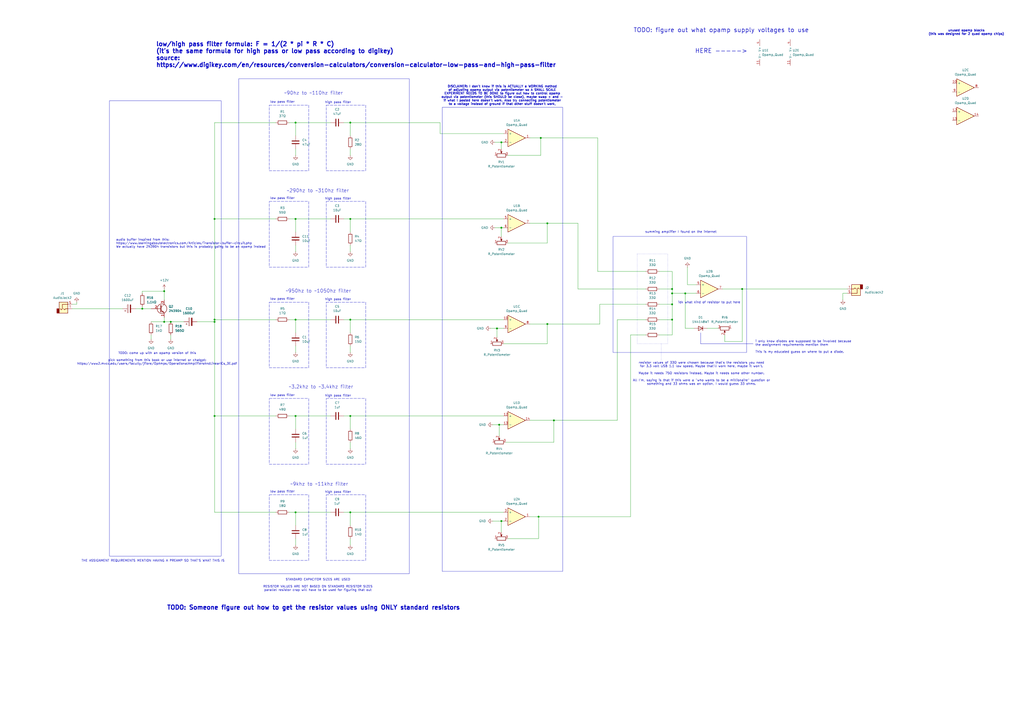
<source format=kicad_sch>
(kicad_sch (version 20231120) (generator "eeschema") (generator_version "8.0")
  (paper "A2")
  (lib_symbols
    (symbol "Connector_Audio:AudioJack2"
      (property "Reference" "J" (at 0 8.89 0))
      (property "Value" "AudioJack2" (at 0 6.35 0))
      (symbol "AudioJack2_0_1"
        (rectangle (start -3.81 0) (end -2.54 -2.54) (stroke (width 0.254)) (fill (type outline)))
        (rectangle (start -2.54 3.81) (end 2.54 -2.54) (stroke (width 0.254)) (fill (type background)))
        (polyline (pts (xy 0 0) (xy 0.635 -0.635) (xy 1.27 0) (xy 2.54 0)) (stroke (width 0.254)))
        (polyline (pts (xy 2.54 2.54) (xy -0.635 2.54) (xy -0.635 0) (xy -1.27 -0.635) (xy -1.905 0)) (stroke (width 0.254)))
      )
      (symbol "AudioJack2_1_1"
        (pin passive line (at 5.08 2.54 180) (length 2.54) (name "~") (number "S"))
        (pin passive line (at 5.08 0 180) (length 2.54) (name "~") (number "T"))
      )
    )
    (symbol "Device:C" (pin_numbers hide) (pin_names (offset 0.254))
      (property "Reference" "C" (at 0.635 2.54 0))
      (property "Value" "C" (at 0.635 -2.54 0))
      (symbol "C_0_1"
        (polyline (pts (xy -2.032 -0.762) (xy 2.032 -0.762)) (stroke (width 0.508)))
        (polyline (pts (xy -2.032 0.762) (xy 2.032 0.762)) (stroke (width 0.508)))
      )
      (symbol "C_1_1"
        (pin passive line (at 0 3.81 270) (length 2.794) (name "~") (number "1"))
        (pin passive line (at 0 -3.81 90) (length 2.794) (name "~") (number "2"))
      )
    )
    (symbol "Device:C_Polarized" (pin_numbers hide) (pin_names (offset 0.254))
      (property "Reference" "C" (at 0.635 2.54 0))
      (property "Value" "C_Polarized" (at 0.635 -2.54 0))
      (symbol "C_Polarized_0_1"
        (rectangle (start -2.286 0.508) (end 2.286 1.016))
        (polyline (pts (xy -1.778 2.286) (xy -0.762 2.286)))
        (polyline (pts (xy -1.27 2.794) (xy -1.27 1.778)))
        (rectangle (start 2.286 -0.508) (end -2.286 -1.016) (fill (type outline)))
      )
      (symbol "C_Polarized_1_1"
        (pin passive line (at 0 3.81 270) (length 2.794) (name "~") (number "1"))
        (pin passive line (at 0 -3.81 90) (length 2.794) (name "~") (number "2"))
      )
    )
    (symbol "Device:Opamp_Quad"
      (property "Reference" "U" (at 0 5.08 0))
      (property "Value" "Opamp_Quad" (at 0 -5.08 0))
      (symbol "Opamp_Quad_1_1"
        (polyline (pts (xy -5.08 5.08) (xy 5.08 0) (xy -5.08 -5.08) (xy -5.08 5.08)) (stroke (width 0.254)) (fill (type background)))
        (pin output line (at 7.62 0 180) (length 2.54) (name "~") (number "1"))
        (pin input line (at -7.62 -2.54 0) (length 2.54) (name "-") (number "2"))
        (pin input line (at -7.62 2.54 0) (length 2.54) (name "+") (number "3"))
      )
      (symbol "Opamp_Quad_2_1"
        (polyline (pts (xy -5.08 5.08) (xy 5.08 0) (xy -5.08 -5.08) (xy -5.08 5.08)) (stroke (width 0.254)) (fill (type background)))
        (pin input line (at -7.62 2.54 0) (length 2.54) (name "+") (number "5"))
        (pin input line (at -7.62 -2.54 0) (length 2.54) (name "-") (number "6"))
        (pin output line (at 7.62 0 180) (length 2.54) (name "~") (number "7"))
      )
      (symbol "Opamp_Quad_3_1"
        (polyline (pts (xy -5.08 5.08) (xy 5.08 0) (xy -5.08 -5.08) (xy -5.08 5.08)) (stroke (width 0.254)) (fill (type background)))
        (pin input line (at -7.62 2.54 0) (length 2.54) (name "+") (number "10"))
        (pin output line (at 7.62 0 180) (length 2.54) (name "~") (number "8"))
        (pin input line (at -7.62 -2.54 0) (length 2.54) (name "-") (number "9"))
      )
      (symbol "Opamp_Quad_4_1"
        (polyline (pts (xy -5.08 5.08) (xy 5.08 0) (xy -5.08 -5.08) (xy -5.08 5.08)) (stroke (width 0.254)) (fill (type background)))
        (pin input line (at -7.62 2.54 0) (length 2.54) (name "+") (number "12"))
        (pin input line (at -7.62 -2.54 0) (length 2.54) (name "-") (number "13"))
        (pin output line (at 7.62 0 180) (length 2.54) (name "~") (number "14"))
      )
      (symbol "Opamp_Quad_5_1"
        (pin power_in line (at -2.54 -7.62 90) (length 3.81) (name "V-") (number "11"))
        (pin power_in line (at -2.54 7.62 270) (length 3.81) (name "V+") (number "4"))
      )
    )
    (symbol "Device:R" (pin_numbers hide) (pin_names (offset 0))
      (property "Reference" "R" (at 2.032 0 90))
      (property "Value" "R" (at 0 0 90))
      (symbol "R_0_1"
        (rectangle (start -1.016 -2.54) (end 1.016 2.54) (stroke (width 0.254)))
      )
      (symbol "R_1_1"
        (pin passive line (at 0 3.81 270) (length 1.27) (name "~") (number "1"))
        (pin passive line (at 0 -3.81 90) (length 1.27) (name "~") (number "2"))
      )
    )
    (symbol "Device:R_Potentiometer" (pin_names (offset 1.016) hide)
      (property "Reference" "RV" (at -4.445 0 90))
      (property "Value" "R_Potentiometer" (at -2.54 0 90))
      (symbol "R_Potentiometer_0_1"
        (polyline (pts (xy 2.54 0) (xy 1.524 0)))
        (polyline (pts (xy 1.143 0) (xy 2.286 0.508) (xy 2.286 -0.508) (xy 1.143 0)) (fill (type outline)))
        (rectangle (start 1.016 2.54) (end -1.016 -2.54) (stroke (width 0.254)))
      )
      (symbol "R_Potentiometer_1_1"
        (pin passive line (at 0 3.81 270) (length 1.27) (name "1") (number "1"))
        (pin passive line (at 3.81 0 180) (length 1.27) (name "2") (number "2"))
        (pin passive line (at 0 -3.81 90) (length 1.27) (name "3") (number "3"))
      )
    )
    (symbol "Diode:1N4148WT" (pin_numbers hide) (pin_names hide)
      (property "Reference" "D" (at 0 2.54 0))
      (property "Value" "1N4148WT" (at 0 -2.54 0))
      (symbol "1N4148WT_0_1"
        (polyline (pts (xy -1.27 1.27) (xy -1.27 -1.27)) (stroke (width 0.254)))
        (polyline (pts (xy 1.27 0) (xy -1.27 0)))
        (polyline (pts (xy 1.27 1.27) (xy 1.27 -1.27) (xy -1.27 0) (xy 1.27 1.27)) (stroke (width 0.254)))
      )
      (symbol "1N4148WT_1_1"
        (pin passive line (at -3.81 0 0) (length 2.54) (name "K") (number "1"))
        (pin passive line (at 3.81 0 180) (length 2.54) (name "A") (number "2"))
      )
    )
    (symbol "Transistor_BJT:2N3904" (pin_names (offset 0) hide)
      (property "Reference" "Q" (at 5.08 1.905 0))
      (property "Value" "2N3904" (at 5.08 0 0))
      (symbol "2N3904_0_1"
        (polyline (pts (xy 0.635 0.635) (xy 2.54 2.54)))
        (polyline (pts (xy 0.635 -0.635) (xy 2.54 -2.54) (xy 2.54 -2.54)))
        (polyline (pts (xy 0.635 1.905) (xy 0.635 -1.905) (xy 0.635 -1.905)) (stroke (width 0.508)))
        (polyline (pts (xy 1.27 -1.778) (xy 1.778 -1.27) (xy 2.286 -2.286) (xy 1.27 -1.778) (xy 1.27 -1.778)) (fill (type outline)))
        (circle (center 1.27 0) (radius 2.8194) (stroke (width 0.254)))
      )
      (symbol "2N3904_1_1"
        (pin passive line (at 2.54 -5.08 90) (length 2.54) (name "E") (number "1"))
        (pin passive line (at -5.08 0 0) (length 5.715) (name "B") (number "2"))
        (pin passive line (at 2.54 5.08 270) (length 2.54) (name "C") (number "3"))
      )
    )
    (symbol "power:+12V" (power) (pin_numbers hide) (pin_names (offset 0) hide)
      (property "Value" "+12V" (at 0 3.556 0))
      (symbol "+12V_0_1"
        (polyline (pts (xy -0.762 1.27) (xy 0 2.54)))
        (polyline (pts (xy 0 0) (xy 0 2.54)))
        (polyline (pts (xy 0 2.54) (xy 0.762 1.27)))
      )
      (symbol "+12V_1_1"
        (pin power_in line (at 0 0 90) (length 0) (name "~") (number "1"))
      )
    )
    (symbol "power:GND" (power) (pin_numbers hide) (pin_names (offset 0) hide)
      (property "Value" "GND" (at 0 -3.81 0))
      (symbol "GND_0_1"
        (polyline (pts (xy 0 0) (xy 0 -1.27) (xy 1.27 -1.27) (xy 0 -2.54) (xy -1.27 -1.27) (xy 0 -1.27)))
      )
      (symbol "GND_1_1"
        (pin power_in line (at 0 0 270) (length 0) (name "~") (number "1"))
      )
    )
  )
  (junction (at 95.25 186.69))
  (junction (at 321.31 243.84))
  (junction (at 203.2 297.18))
  (junction (at 95.25 168.91))
  (junction (at 203.2 71.12))
  (junction (at 124.46 186.69))
  (junction (at 124.46 127))
  (junction (at 171.45 241.3))
  (junction (at 289.56 246.38))
  (junction (at 389.89 185.42))
  (junction (at 389.89 170.18))
  (junction (at 430.53 167.64))
  (junction (at 397.51 170.18))
  (junction (at 203.2 127))
  (junction (at 290.83 132.08))
  (junction (at 203.2 185.42))
  (junction (at 124.46 185.42))
  (junction (at 389.89 167.64))
  (junction (at 82.55 179.07))
  (junction (at 389.89 176.53))
  (junction (at 317.5 129.54))
  (junction (at 171.45 185.42))
  (junction (at 124.46 241.3))
  (junction (at 171.45 71.12))
  (junction (at 288.29 190.5))
  (junction (at 99.06 186.69))
  (junction (at 290.83 302.26))
  (junction (at 290.83 82.55))
  (junction (at 317.5 187.96))
  (junction (at 312.42 299.72))
  (junction (at 313.69 80.01))
  (junction (at 203.2 241.3))
  (junction (at 171.45 127))
  (junction (at 171.45 297.18))
  (wire (pts (xy 203.2 185.42) (xy 203.2 193.04)))
  (wire (pts (xy 124.46 71.12) (xy 160.02 71.12)))
  (wire (pts (xy 294.64 140.97) (xy 317.5 140.97)))
  (wire (pts (xy 160.02 185.42) (xy 124.46 185.42)))
  (wire (pts (xy 95.25 184.15) (xy 95.25 186.69)))
  (wire (pts (xy 347.98 187.96) (xy 347.98 176.53)))
  (wire (pts (xy 420.37 194.31) (xy 420.37 198.12)))
  (wire (pts (xy 365.76 194.31) (xy 374.65 194.31)))
  (wire (pts (xy 203.2 248.92) (xy 203.2 241.3)))
  (wire (pts (xy 167.64 241.3) (xy 171.45 241.3)))
  (wire (pts (xy 171.45 71.12) (xy 171.45 78.74)))
  (wire (pts (xy 382.27 176.53) (xy 389.89 176.53)))
  (wire (pts (xy 284.48 190.5) (xy 288.29 190.5)))
  (wire (pts (xy 203.2 185.42) (xy 199.39 185.42)))
  (wire (pts (xy 293.37 256.54) (xy 321.31 256.54)))
  (wire (pts (xy 124.46 297.18) (xy 124.46 241.3)))
  (wire (pts (xy 430.53 198.12) (xy 430.53 167.64)))
  (wire (pts (xy 307.34 80.01) (xy 313.69 80.01)))
  (wire (pts (xy 82.55 179.07) (xy 87.63 179.07)))
  (wire (pts (xy 87.63 186.69) (xy 95.25 186.69)))
  (wire (pts (xy 255.27 71.12) (xy 255.27 77.47)))
  (wire (pts (xy 203.2 71.12) (xy 199.39 71.12)))
  (wire (pts (xy 488.95 173.99) (xy 488.95 170.18)))
  (wire (pts (xy 99.06 194.31) (xy 99.06 196.85)))
  (wire (pts (xy 294.64 90.17) (xy 313.69 90.17)))
  (wire (pts (xy 312.42 299.72) (xy 365.76 299.72)))
  (wire (pts (xy 397.51 170.18) (xy 397.51 190.5)))
  (wire (pts (xy 289.56 246.38) (xy 292.1 246.38)))
  (wire (pts (xy 346.71 80.01) (xy 346.71 157.48)))
  (wire (pts (xy 335.28 129.54) (xy 335.28 167.64)))
  (wire (pts (xy 203.2 142.24) (xy 203.2 146.05)))
  (wire (pts (xy 95.25 168.91) (xy 82.55 168.91)))
  (wire (pts (xy 285.75 302.26) (xy 290.83 302.26)))
  (wire (pts (xy 95.25 168.91) (xy 95.25 173.99)))
  (wire (pts (xy 171.45 241.3) (xy 191.77 241.3)))
  (wire (pts (xy 294.64 312.42) (xy 312.42 312.42)))
  (wire (pts (xy 292.1 199.39) (xy 317.5 199.39)))
  (wire (pts (xy 403.86 170.18) (xy 397.51 170.18)))
  (wire (pts (xy 382.27 157.48) (xy 389.89 157.48)))
  (wire (pts (xy 124.46 186.69) (xy 124.46 241.3)))
  (wire (pts (xy 317.5 187.96) (xy 347.98 187.96)))
  (wire (pts (xy 420.37 198.12) (xy 430.53 198.12)))
  (wire (pts (xy 358.14 243.84) (xy 358.14 185.42)))
  (wire (pts (xy 124.46 185.42) (xy 124.46 186.69)))
  (wire (pts (xy 290.83 82.55) (xy 292.1 82.55)))
  (wire (pts (xy 203.2 127) (xy 292.1 127)))
  (wire (pts (xy 389.89 194.31) (xy 389.89 185.42)))
  (wire (pts (xy 203.2 71.12) (xy 255.27 71.12)))
  (wire (pts (xy 171.45 127) (xy 171.45 134.62)))
  (wire (pts (xy 82.55 168.91) (xy 82.55 170.18)))
  (wire (pts (xy 317.5 129.54) (xy 335.28 129.54)))
  (wire (pts (xy 365.76 299.72) (xy 365.76 194.31)))
  (wire (pts (xy 199.39 127) (xy 203.2 127)))
  (wire (pts (xy 167.64 185.42) (xy 171.45 185.42)))
  (wire (pts (xy 285.75 246.38) (xy 289.56 246.38)))
  (wire (pts (xy 321.31 256.54) (xy 321.31 243.84)))
  (wire (pts (xy 203.2 297.18) (xy 199.39 297.18)))
  (wire (pts (xy 307.34 129.54) (xy 317.5 129.54)))
  (wire (pts (xy 167.64 71.12) (xy 171.45 71.12)))
  (wire (pts (xy 358.14 185.42) (xy 374.65 185.42)))
  (wire (pts (xy 203.2 134.62) (xy 203.2 127)))
  (wire (pts (xy 171.45 200.66) (xy 171.45 204.47)))
  (wire (pts (xy 347.98 176.53) (xy 374.65 176.53)))
  (wire (pts (xy 313.69 80.01) (xy 346.71 80.01)))
  (wire (pts (xy 167.64 127) (xy 171.45 127)))
  (wire (pts (xy 203.2 256.54) (xy 203.2 260.35)))
  (wire (pts (xy 288.29 190.5) (xy 288.29 195.58)))
  (wire (pts (xy 289.56 246.38) (xy 289.56 252.73)))
  (wire (pts (xy 124.46 127) (xy 124.46 71.12)))
  (wire (pts (xy 44.45 175.26) (xy 44.45 176.53)))
  (wire (pts (xy 124.46 127) (xy 124.46 185.42)))
  (wire (pts (xy 382.27 185.42) (xy 389.89 185.42)))
  (wire (pts (xy 203.2 304.8) (xy 203.2 297.18)))
  (wire (pts (xy 398.78 154.94) (xy 398.78 165.1)))
  (wire (pts (xy 287.02 82.55) (xy 290.83 82.55)))
  (wire (pts (xy 346.71 157.48) (xy 374.65 157.48)))
  (wire (pts (xy 307.34 299.72) (xy 312.42 299.72)))
  (wire (pts (xy 203.2 200.66) (xy 203.2 204.47)))
  (wire (pts (xy 124.46 186.69) (xy 114.3 186.69)))
  (wire (pts (xy 290.83 132.08) (xy 292.1 132.08)))
  (wire (pts (xy 95.25 167.64) (xy 95.25 168.91)))
  (wire (pts (xy 171.45 185.42) (xy 191.77 185.42)))
  (wire (pts (xy 171.45 86.36) (xy 171.45 90.17)))
  (wire (pts (xy 171.45 312.42) (xy 171.45 316.23)))
  (wire (pts (xy 203.2 241.3) (xy 199.39 241.3)))
  (wire (pts (xy 307.34 243.84) (xy 321.31 243.84)))
  (wire (pts (xy 389.89 185.42) (xy 389.89 176.53)))
  (wire (pts (xy 398.78 165.1) (xy 403.86 165.1)))
  (wire (pts (xy 382.27 194.31) (xy 389.89 194.31)))
  (wire (pts (xy 255.27 77.47) (xy 292.1 77.47)))
  (wire (pts (xy 488.95 170.18) (xy 491.49 170.18)))
  (wire (pts (xy 389.89 176.53) (xy 389.89 170.18)))
  (wire (pts (xy 171.45 185.42) (xy 171.45 193.04)))
  (wire (pts (xy 397.51 170.18) (xy 389.89 170.18)))
  (wire (pts (xy 397.51 190.5) (xy 402.59 190.5)))
  (wire (pts (xy 99.06 186.69) (xy 106.68 186.69)))
  (wire (pts (xy 317.5 199.39) (xy 317.5 187.96)))
  (wire (pts (xy 389.89 170.18) (xy 389.89 167.64)))
  (wire (pts (xy 321.31 243.84) (xy 358.14 243.84)))
  (wire (pts (xy 171.45 71.12) (xy 191.77 71.12)))
  (wire (pts (xy 203.2 86.36) (xy 203.2 90.17)))
  (wire (pts (xy 171.45 256.54) (xy 171.45 260.35)))
  (wire (pts (xy 290.83 302.26) (xy 290.83 308.61)))
  (wire (pts (xy 124.46 241.3) (xy 160.02 241.3)))
  (polyline (pts (xy 436.88 199.39) (xy 406.4 199.39)))
  (wire (pts (xy 167.64 297.18) (xy 171.45 297.18)))
  (wire (pts (xy 410.21 190.5) (xy 416.56 190.5)))
  (wire (pts (xy 171.45 297.18) (xy 191.77 297.18)))
  (wire (pts (xy 290.83 302.26) (xy 292.1 302.26)))
  (wire (pts (xy 389.89 167.64) (xy 389.89 157.48)))
  (wire (pts (xy 171.45 241.3) (xy 171.45 248.92)))
  (wire (pts (xy 317.5 140.97) (xy 317.5 129.54)))
  (wire (pts (xy 290.83 137.16) (xy 290.83 132.08)))
  (wire (pts (xy 78.74 179.07) (xy 82.55 179.07)))
  (wire (pts (xy 287.02 132.08) (xy 290.83 132.08)))
  (wire (pts (xy 87.63 194.31) (xy 87.63 196.85)))
  (wire (pts (xy 430.53 167.64) (xy 491.49 167.64)))
  (wire (pts (xy 312.42 312.42) (xy 312.42 299.72)))
  (wire (pts (xy 203.2 78.74) (xy 203.2 71.12)))
  (wire (pts (xy 171.45 142.24) (xy 171.45 146.05)))
  (wire (pts (xy 44.45 176.53) (xy 41.91 176.53)))
  (wire (pts (xy 82.55 177.8) (xy 82.55 179.07)))
  (wire (pts (xy 171.45 127) (xy 191.77 127)))
  (wire (pts (xy 171.45 297.18) (xy 171.45 304.8)))
  (wire (pts (xy 160.02 127) (xy 124.46 127)))
  (wire (pts (xy 419.1 167.64) (xy 430.53 167.64)))
  (wire (pts (xy 203.2 297.18) (xy 292.1 297.18)))
  (wire (pts (xy 313.69 90.17) (xy 313.69 80.01)))
  (polyline (pts (xy 406.4 193.04) (xy 406.4 199.39)))
  (wire (pts (xy 335.28 167.64) (xy 374.65 167.64)))
  (wire (pts (xy 382.27 167.64) (xy 389.89 167.64)))
  (wire (pts (xy 288.29 190.5) (xy 292.1 190.5)))
  (wire (pts (xy 307.34 187.96) (xy 317.5 187.96)))
  (wire (pts (xy 203.2 185.42) (xy 292.1 185.42)))
  (wire (pts (xy 95.25 186.69) (xy 99.06 186.69)))
  (wire (pts (xy 203.2 312.42) (xy 203.2 316.23)))
  (wire (pts (xy 41.91 179.07) (xy 71.12 179.07)))
  (wire (pts (xy 203.2 241.3) (xy 292.1 241.3)))
  (wire (pts (xy 160.02 297.18) (xy 124.46 297.18)))
  (wire (pts (xy 290.83 82.55) (xy 290.83 86.36)))
  (polyline (pts (xy 383.54 199.39) (xy 383.54 209.55)) (stroke (width 0) (type dot)))
  (rectangle (start 63.5 58.42) (end 128.27 322.58))
  (rectangle (start 138.43 45.72) (end 237.49 332.74))
  (rectangle (start 189.23 287.02) (end 212.09 325.12) (stroke (width 0) (type dash)))
  (rectangle (start 156.21 231.14) (end 179.07 269.24) (stroke (width 0) (type dash)))
  (rectangle (start 369.57 147.32) (end 387.35 199.39) (stroke (width 0) (type dot)))
  (rectangle (start 156.21 175.26) (end 179.07 213.36) (stroke (width 0) (type dash)))
  (rectangle (start 189.23 175.26) (end 212.09 213.36) (stroke (width 0) (type dash)))
  (rectangle (start 156.21 60.96) (end 179.07 99.06) (stroke (width 0) (type dash)))
  (rectangle (start 156.21 287.02) (end 179.07 325.12) (stroke (width 0) (type dash)))
  (rectangle (start 156.21 116.84) (end 179.07 154.94) (stroke (width 0) (type dash)))
  (rectangle (start 189.23 60.96) (end 212.09 99.06) (stroke (width 0) (type dash)))
  (rectangle (start 189.23 231.14) (end 212.09 269.24) (stroke (width 0) (type dash)))
  (rectangle (start 189.23 116.84) (end 212.09 154.94) (stroke (width 0) (type dash)))
  (rectangle (start 256.54 62.23) (end 326.39 331.47))
  (rectangle (start 355.6 137.16) (end 433.07 204.47))
  (text "low pass filter" (at 163.83 173.482 0) (effects (font (size 1.27 1.27))))
  (text "high pass filter" (at 196.088 115.316 0) (effects (font (size 1.27 1.27))))
  (text "high pass filter" (at 196.088 285.496 0) (effects (font (size 1.27 1.27))))
  (text "idk what kind of resistor to put here" (at 411.48 175.514 0) (effects (font (size 1.27 1.27))))
  (text "~9khz to ~11khz filter" (at 185.166 280.924 0) (effects (font (size 2 2))))
  (text "low pass filter" (at 163.83 285.242 0) (effects (font (size 1.27 1.27))))
  (text "~950hz to ~1050hz filter" (at 184.658 168.91 0) (effects (font (size 2 2))))
  (text "DISCLAIMER: I don't know if this is ACTUALLY a WORKING method\nof adjusting opamp output via potentiometer so A SMALL SCALE\nEXPERIMENT NEEDS TO BE DONE to figure out how to control opamp\noutput via potentiometer (this SHOULD be close), maybe swap + and -\nif what I posted here doesn't work. Also try connecting potentiometer\nto a voltage instead of ground if that other stuff doesn't work," (at 291.338 55.372 0) (effects (font (size 1.27 1.27) (thickness 0.254) (bold yes))))
  (text "summing amplifier I found on the internet" (at 394.97 134.62 0) (effects (font (size 1.27 1.27))))
  (text "~3.2khz to ~3.4khz filter" (at 186.182 224.536 0) (effects (font (size 2 2))))
  (text "~290hz to ~310hz filter" (at 184.404 110.744 0) (effects (font (size 2 2))))
  (text "~90hz to ~110hz filter" (at 181.864 54.102 0) (effects (font (size 2 2))))
  (text "low pass filter" (at 163.83 115.062 0) (effects (font (size 1.27 1.27))))
  (text "TODO: Someone figure out how to get the resistor values using ONLY standard resistors" (at 181.864 352.552 0) (effects (font (size 2.5 2.5) (thickness 0.5) (bold yes))))
  (text "TODO: figure out what opamp supply voltages to use\n\n\nHERE ----->" (at 418.338 23.622 0) (effects (font (size 2.5 2.5) (thickness 0.254) (bold yes))))
  (text "low/high pass filter formula: F = 1/(2 * pi * R * C)\n(it's the same formula for high pass or low pass according to digikey)\nsource:\nhttps://www.digikey.com/en/resources/conversion-calculators/conversion-calculator-low-pass-and-high-pass-filter" (at 90.424 31.75 0) (effects (font (size 2.5 2.5) (thickness 0.5) (bold yes)) (justify left)))
  (text "STANDARD CAPACITOR SIZES ARE USED\n\nRESISTOR VALUES ARE NOT BASED ON STANDARD RESISTOR SIZES\nparallel resistor crap will have to be used for figuring that out" (at 184.404 339.344 0) (effects (font (size 1.27 1.27))))
  (text "i only know diodes are supposed to be involved because\nthe assignment requirements mention them\n\nThis is my educated guess on where to put a diode." (at 438.15 201.168 0) (effects (font (size 1.27 1.27)) (justify left)))
  (text "low pass filter" (at 163.83 59.182 0) (effects (font (size 1.27 1.27))))
  (text "unused opamp blocks\n(this was designed for 2 quad opamp chips)" (at 560.578 18.796 0) (effects (font (size 1.27 1.27) (thickness 0.254) (bold yes))))
  (text "TODO: come up with an opamp version of this\n\npick something from this book or use internet or chatgpt:\nhttps://www2.mvcc.edu/users/faculty/jfiore/OpAmps/OperationalAmplifiersAndLinearICs_3E.pdf" (at 91.186 208.026 0) (effects (font (size 1.27 1.27))))
  (text "high pass filter" (at 196.088 229.616 0) (effects (font (size 1.27 1.27))))
  (text "low pass filter" (at 163.83 229.362 0) (effects (font (size 1.27 1.27))))
  (text "resistor values of 33Ω were chosen because that's the resistors you need\nfor 3.3 volt USB 1.1 low speed. Maybe that'll work here, maybe it won't.\n\nMaybe it needs 75Ω resistors instead. Maybe it needs some other number.\n\nAll I'm, saying is that if this were a \"who wants to be a millionaire\" question or\nsomething and 33 ohms was an option, I would guess 33 ohms." (at 406.908 216.662 0) (effects (font (size 1.27 1.27))))
  (text "THE ASSIGNMENT REQUIREMENTS MENTION HAVING A PREAMP SO THAT'S WHAT THIS IS" (at 47.244 325.374 0) (effects (font (size 1.27 1.27)) (justify left)))
  (text "audio buffer inspired from this:\nhttps://www.learningaboutelectronics.com/Articles/Transistor-buffer-circuit.php\nWe actually have 2N3904 transistors but this is probably going to be an opamp instead" (at 67.31 141.224 0) (effects (font (size 1.27 1.27)) (justify left)))
  (text "high pass filter" (at 196.088 59.436 0) (effects (font (size 1.27 1.27))))
  (text "high pass filter" (at 196.088 173.736 0) (effects (font (size 1.27 1.27))))
  (symbol (lib_id "Device:R_Potentiometer") (at 288.29 199.39 90) (unit 1)
    (property "Reference" "RV3" (at 288.29 203.2 90))
    (property "Value" "R_Potentiometer" (at 288.29 205.74 90))
    (property "Description" "Potentiometer" (effects (hide yes)))
  )
  (symbol (lib_id "power:GND") (at 287.02 82.55 270) (unit 1)
    (property "Reference" "#PWR20" (effects (hide yes)))
    (property "Value" "GND" (at 283.21 82.5499 90) (effects (justify right)))
    (property "Description" "Power symbol creates a global label with name \"GND\" , ground" (effects (hide yes)))
  )
  (symbol (lib_id "power:GND") (at 488.95 173.99 0) (unit 1)
    (property "Reference" "#PWR33" (effects (hide yes)))
    (property "Value" "GND" (at 488.95 179.07 0))
    (property "Description" "Power symbol creates a global label with name \"GND\" , ground" (effects (hide yes)))
  )
  (symbol (lib_id "Device:C") (at 195.58 241.3 90) (unit 1)
    (property "Reference" "C7" (at 195.58 233.68 90))
    (property "Value" "1uf" (at 195.58 236.22 90))
    (property "Description" "Unpolarized capacitor" (effects (hide yes)))
  )
  (symbol (lib_id "Device:R") (at 82.55 173.99 0) (unit 1)
    (property "Reference" "R16" (at 85.09 172.7199 0) (effects (justify left)))
    (property "Value" "1.1kΩ" (at 85.09 175.2599 0) (effects (justify left)))
    (property "Description" "Resistor" (effects (hide yes)))
  )
  (symbol (lib_id "power:GND") (at 398.78 154.94 180) (unit 1)
    (property "Reference" "#PWR16" (effects (hide yes)))
    (property "Value" "GND" (at 398.78 149.86 0))
    (property "Description" "Power symbol creates a global label with name \"GND\" , ground" (effects (hide yes)))
  )
  (symbol (lib_id "Device:R") (at 203.2 308.61 0) (unit 1)
    (property "Reference" "R10" (at 205.74 307.3399 0) (effects (justify left)))
    (property "Value" "14Ω" (at 205.74 309.8799 0) (effects (justify left)))
    (property "Description" "Resistor" (effects (hide yes)))
  )
  (symbol (lib_id "Device:R") (at 163.83 71.12 90) (unit 1)
    (property "Reference" "R1" (at 163.83 64.77 90))
    (property "Value" "37Ω" (at 163.83 67.31 90))
    (property "Description" "Resistor" (effects (hide yes)))
  )
  (symbol (lib_id "Device:R") (at 163.83 185.42 90) (unit 1)
    (property "Reference" "R5" (at 163.83 179.07 90))
    (property "Value" "17Ω" (at 163.83 181.61 90))
    (property "Description" "Resistor" (effects (hide yes)))
  )
  (symbol (lib_id "Device:C") (at 171.45 82.55 180) (unit 1)
    (property "Reference" "C4" (at 175.26 81.2799 0) (effects (justify right)))
    (property "Value" "47uF" (at 175.26 83.8199 0) (effects (justify right)))
    (property "Description" "Unpolarized capacitor" (effects (hide yes)))
  )
  (symbol (lib_id "Device:Opamp_Quad") (at 299.72 80.01 0) (unit 1)
    (property "Reference" "U1" (at 299.72 69.85 0))
    (property "Value" "Opamp_Quad" (at 299.72 72.39 0))
    (property "Description" "Quad operational amplifier" (effects (hide yes)))
    (property "Sim.Library" "${KICAD7_SYMBOL_DIR}/Simulation_SPICE.sp" (effects (hide yes)))
    (property "Sim.Name" "kicad_builtin_opamp_quad" (effects (hide yes)))
    (property "Sim.Device" "SUBCKT" (effects (hide yes)))
    (property "Sim.Pins" "1=out1 2=in1- 3=in1+ 4=vcc 5=in2+ 6=in2- 7=out2 8=out3 9=in3- 10=in3+ 11=vee 12=in4+ 13=in4- 14=out4" (effects (hide yes)))
  )
  (symbol (lib_id "power:GND") (at 203.2 90.17 0) (unit 1)
    (property "Reference" "#PWR2" (effects (hide yes)))
    (property "Value" "GND" (at 203.2 95.25 0))
    (property "Description" "Power symbol creates a global label with name \"GND\" , ground" (effects (hide yes)))
  )
  (symbol (lib_id "Connector_Audio:AudioJack2") (at 496.57 167.64 180) (unit 1)
    (property "Reference" "J2" (at 501.65 167.0049 0) (effects (justify right)))
    (property "Value" "AudioJack2" (at 501.65 169.5449 0) (effects (justify right)))
    (property "Description" "Audio Jack, 2 Poles (Mono / TS)" (effects (hide yes)))
  )
  (symbol (lib_id "Device:R") (at 163.83 297.18 90) (unit 1)
    (property "Reference" "R9" (at 163.83 290.83 90))
    (property "Value" "18Ω" (at 163.83 293.37 90))
    (property "Description" "Resistor" (effects (hide yes)))
  )
  (symbol (lib_id "power:GND") (at 285.75 302.26 270) (unit 1)
    (property "Reference" "#PWR24" (effects (hide yes)))
    (property "Value" "GND" (at 281.94 302.2599 90) (effects (justify right)))
    (property "Description" "Power symbol creates a global label with name \"GND\" , ground" (effects (hide yes)))
  )
  (symbol (lib_id "Device:R") (at 87.63 190.5 0) (unit 1)
    (property "Reference" "R17" (at 90.17 189.2299 0) (effects (justify left)))
    (property "Value" "1kΩ" (at 90.17 191.7699 0) (effects (justify left)))
    (property "Description" "Resistor" (effects (hide yes)))
  )
  (symbol (lib_id "Device:Opamp_Quad") (at 560.07 67.31 0) (unit 4)
    (property "Reference" "U2" (at 560.07 57.15 0))
    (property "Value" "Opamp_Quad" (at 560.07 59.69 0))
    (property "Description" "Quad operational amplifier" (effects (hide yes)))
    (property "Sim.Library" "${KICAD7_SYMBOL_DIR}/Simulation_SPICE.sp" (effects (hide yes)))
    (property "Sim.Name" "kicad_builtin_opamp_quad" (effects (hide yes)))
    (property "Sim.Device" "SUBCKT" (effects (hide yes)))
    (property "Sim.Pins" "1=out1 2=in1- 3=in1+ 4=vcc 5=in2+ 6=in2- 7=out2 8=out3 9=in3- 10=in3+ 11=vee 12=in4+ 13=in4- 14=out4" (effects (hide yes)))
  )
  (symbol (lib_id "power:GND") (at 284.48 190.5 270) (unit 1)
    (property "Reference" "#PWR22" (effects (hide yes)))
    (property "Value" "GND" (at 280.67 190.4999 90) (effects (justify right)))
    (property "Description" "Power symbol creates a global label with name \"GND\" , ground" (effects (hide yes)))
  )
  (symbol (lib_id "Device:R") (at 378.46 185.42 90) (unit 1)
    (property "Reference" "R14" (at 378.46 179.07 90))
    (property "Value" "33Ω" (at 378.46 181.61 90))
    (property "Description" "Resistor" (effects (hide yes)))
  )
  (symbol (lib_id "Device:R_Potentiometer") (at 290.83 312.42 90) (unit 1)
    (property "Reference" "RV5" (at 290.83 316.23 90))
    (property "Value" "R_Potentiometer" (at 290.83 318.77 90))
    (property "Description" "Potentiometer" (effects (hide yes)))
  )
  (symbol (lib_id "power:GND") (at 99.06 196.85 0) (unit 1)
    (property "Reference" "#PWR19" (effects (hide yes)))
    (property "Value" "GND" (at 99.06 201.93 0))
    (property "Description" "Power symbol creates a global label with name \"GND\" , ground" (effects (hide yes)))
  )
  (symbol (lib_id "Device:R_Potentiometer") (at 290.83 90.17 90) (unit 1)
    (property "Reference" "RV1" (at 290.83 93.98 90))
    (property "Value" "R_Potentiometer" (at 290.83 96.52 90))
    (property "Description" "Potentiometer" (effects (hide yes)))
  )
  (symbol (lib_id "Device:R_Potentiometer") (at 289.56 256.54 90) (unit 1)
    (property "Reference" "RV4" (at 289.56 260.35 90))
    (property "Value" "R_Potentiometer" (at 289.56 262.89 90))
    (property "Description" "Potentiometer" (effects (hide yes)))
  )
  (symbol (lib_id "Device:R") (at 203.2 196.85 0) (unit 1)
    (property "Reference" "R6" (at 205.74 195.5799 0) (effects (justify left)))
    (property "Value" "15Ω" (at 205.74 198.1199 0) (effects (justify left)))
    (property "Description" "Resistor" (effects (hide yes)))
  )
  (symbol (lib_id "power:GND") (at 203.2 316.23 0) (unit 1)
    (property "Reference" "#PWR10" (effects (hide yes)))
    (property "Value" "GND" (at 203.2 321.31 0))
    (property "Description" "Power symbol creates a global label with name \"GND\" , ground" (effects (hide yes)))
  )
  (symbol (lib_id "Device:R") (at 99.06 190.5 0) (unit 1)
    (property "Reference" "R18" (at 101.6 189.2299 0) (effects (justify left)))
    (property "Value" "565Ω" (at 101.6 191.7699 0) (effects (justify left)))
    (property "Description" "Resistor" (effects (hide yes)))
  )
  (symbol (lib_id "power:GND") (at 171.45 260.35 0) (unit 1)
    (property "Reference" "#PWR7" (effects (hide yes)))
    (property "Value" "GND" (at 171.45 265.43 0))
    (property "Description" "Power symbol creates a global label with name \"GND\" , ground" (effects (hide yes)))
  )
  (symbol (lib_id "power:+12V") (at 95.25 167.64 0) (unit 1)
    (property "Reference" "#PWR17" (effects (hide yes)))
    (property "Value" "+12V" (at 95.25 162.56 0))
    (property "Description" "Power symbol creates a global label with name \"+12V\"" (effects (hide yes)))
  )
  (symbol (lib_id "Device:C") (at 195.58 297.18 90) (unit 1)
    (property "Reference" "C9" (at 195.58 289.56 90))
    (property "Value" "1uF" (at 195.58 292.1 90))
    (property "Description" "Unpolarized capacitor" (effects (hide yes)))
  )
  (symbol (lib_id "Device:C") (at 195.58 71.12 90) (unit 1)
    (property "Reference" "C2" (at 195.58 63.5 90))
    (property "Value" "47uF" (at 195.58 66.04 90))
    (property "Description" "Unpolarized capacitor" (effects (hide yes)))
  )
  (symbol (lib_id "Device:Opamp_Quad") (at 443.23 30.48 0) (unit 5)
    (property "Reference" "U1" (at 441.96 29.2099 0) (effects (justify left)))
    (property "Value" "Opamp_Quad" (at 441.96 31.7499 0) (effects (justify left)))
    (property "Description" "Quad operational amplifier" (effects (hide yes)))
    (property "Sim.Library" "${KICAD7_SYMBOL_DIR}/Simulation_SPICE.sp" (effects (hide yes)))
    (property "Sim.Name" "kicad_builtin_opamp_quad" (effects (hide yes)))
    (property "Sim.Device" "SUBCKT" (effects (hide yes)))
    (property "Sim.Pins" "1=out1 2=in1- 3=in1+ 4=vcc 5=in2+ 6=in2- 7=out2 8=out3 9=in3- 10=in3+ 11=vee 12=in4+ 13=in4- 14=out4" (effects (hide yes)))
  )
  (symbol (lib_id "Device:R") (at 378.46 176.53 90) (unit 1)
    (property "Reference" "R13" (at 378.46 170.18 90))
    (property "Value" "33Ω" (at 378.46 172.72 90))
    (property "Description" "Resistor" (effects (hide yes)))
  )
  (symbol (lib_id "Device:C") (at 195.58 127 90) (unit 1)
    (property "Reference" "C3" (at 195.58 119.38 90))
    (property "Value" "10uF" (at 195.58 121.92 90))
    (property "Description" "Unpolarized capacitor" (effects (hide yes)))
  )
  (symbol (lib_id "Device:Opamp_Quad") (at 299.72 129.54 0) (unit 2)
    (property "Reference" "U1" (at 299.72 119.38 0))
    (property "Value" "Opamp_Quad" (at 299.72 121.92 0))
    (property "Description" "Quad operational amplifier" (effects (hide yes)))
    (property "Sim.Library" "${KICAD7_SYMBOL_DIR}/Simulation_SPICE.sp" (effects (hide yes)))
    (property "Sim.Name" "kicad_builtin_opamp_quad" (effects (hide yes)))
    (property "Sim.Device" "SUBCKT" (effects (hide yes)))
    (property "Sim.Pins" "1=out1 2=in1- 3=in1+ 4=vcc 5=in2+ 6=in2- 7=out2 8=out3 9=in3- 10=in3+ 11=vee 12=in4+ 13=in4- 14=out4" (effects (hide yes)))
  )
  (symbol (lib_id "Device:R_Potentiometer") (at 420.37 190.5 270) (unit 1)
    (property "Reference" "RV6" (at 420.37 184.15 90))
    (property "Value" "R_Potentiometer" (at 420.37 186.69 90))
    (property "Description" "Potentiometer" (effects (hide yes)))
  )
  (symbol (lib_id "Device:C") (at 171.45 252.73 180) (unit 1)
    (property "Reference" "C6" (at 175.26 251.4599 0) (effects (justify right)))
    (property "Value" "1uF" (at 175.26 253.9999 0) (effects (justify right)))
    (property "Description" "Unpolarized capacitor" (effects (hide yes)))
  )
  (symbol (lib_id "Transistor_BJT:2N3904") (at 92.71 179.07 0) (unit 1)
    (property "Reference" "Q2" (at 97.79 177.7999 0) (effects (justify left)))
    (property "Value" "2N3904" (at 97.79 180.3399 0) (effects (justify left)))
    (property "Footprint" "Package_TO_SOT_THT:TO-92_Inline" (effects (hide yes)))
    (property "Datasheet" "https://www.onsemi.com/pub/Collateral/2N3903-D.PDF" (effects (hide yes)))
    (property "Description" "0.2A Ic, 40V Vce, Small Signal NPN Transistor, TO-92" (effects (hide yes)))
  )
  (symbol (lib_id "Device:R") (at 378.46 194.31 90) (unit 1)
    (property "Reference" "R15" (at 378.46 187.96 90))
    (property "Value" "33Ω" (at 378.46 190.5 90))
    (property "Description" "Resistor" (effects (hide yes)))
  )
  (symbol (lib_id "Connector_Audio:AudioJack2") (at 36.83 179.07 0) (unit 1)
    (property "Reference" "J1" (at 36.195 170.18 0))
    (property "Value" "AudioJack2" (at 36.195 172.72 0))
    (property "Description" "Audio Jack, 2 Poles (Mono / TS)" (effects (hide yes)))
  )
  (symbol (lib_id "Device:R") (at 203.2 138.43 0) (unit 1)
    (property "Reference" "R4" (at 205.74 137.1599 0) (effects (justify left)))
    (property "Value" "47Ω" (at 205.74 139.6999 0) (effects (justify left)))
    (property "Description" "Resistor" (effects (hide yes)))
  )
  (symbol (lib_id "Device:C") (at 171.45 138.43 180) (unit 1)
    (property "Reference" "C11" (at 175.26 137.1599 0) (effects (justify right)))
    (property "Value" "10uF" (at 175.26 139.6999 0) (effects (justify right)))
    (property "Description" "Unpolarized capacitor" (effects (hide yes)))
  )
  (symbol (lib_id "power:GND") (at 171.45 90.17 0) (unit 1)
    (property "Reference" "#PWR1" (effects (hide yes)))
    (property "Value" "GND" (at 171.45 95.25 0))
    (property "Description" "Power symbol creates a global label with name \"GND\" , ground" (effects (hide yes)))
  )
  (symbol (lib_id "Device:Opamp_Quad") (at 461.01 30.48 0) (unit 5)
    (property "Reference" "U2" (at 459.74 29.2099 0) (effects (justify left)))
    (property "Value" "Opamp_Quad" (at 459.74 31.7499 0) (effects (justify left)))
    (property "Description" "Quad operational amplifier" (effects (hide yes)))
    (property "Sim.Library" "${KICAD7_SYMBOL_DIR}/Simulation_SPICE.sp" (effects (hide yes)))
    (property "Sim.Name" "kicad_builtin_opamp_quad" (effects (hide yes)))
    (property "Sim.Device" "SUBCKT" (effects (hide yes)))
    (property "Sim.Pins" "1=out1 2=in1- 3=in1+ 4=vcc 5=in2+ 6=in2- 7=out2 8=out3 9=in3- 10=in3+ 11=vee 12=in4+ 13=in4- 14=out4" (effects (hide yes)))
  )
  (symbol (lib_id "power:GND") (at 87.63 196.85 0) (unit 1)
    (property "Reference" "#PWR18" (effects (hide yes)))
    (property "Value" "GND" (at 87.63 201.93 0))
    (property "Description" "Power symbol creates a global label with name \"GND\" , ground" (effects (hide yes)))
  )
  (symbol (lib_id "Device:C_Polarized") (at 110.49 186.69 90) (unit 1)
    (property "Reference" "C10" (at 109.601 179.07 90))
    (property "Value" "1600uF" (at 109.601 181.61 90))
    (property "Description" "Polarized capacitor" (effects (hide yes)))
  )
  (symbol (lib_id "power:GND") (at 44.45 175.26 180) (unit 1)
    (property "Reference" "#PWR32" (effects (hide yes)))
    (property "Value" "GND" (at 44.45 170.18 0))
    (property "Description" "Power symbol creates a global label with name \"GND\" , ground" (effects (hide yes)))
  )
  (symbol (lib_id "Device:R") (at 378.46 167.64 90) (unit 1)
    (property "Reference" "R12" (at 378.46 161.29 90))
    (property "Value" "33Ω" (at 378.46 163.83 90))
    (property "Description" "Resistor" (effects (hide yes)))
  )
  (symbol (lib_id "power:GND") (at 203.2 204.47 0) (unit 1)
    (property "Reference" "#PWR6" (effects (hide yes)))
    (property "Value" "GND" (at 203.2 209.55 0))
    (property "Description" "Power symbol creates a global label with name \"GND\" , ground" (effects (hide yes)))
  )
  (symbol (lib_id "Device:Opamp_Quad") (at 299.72 187.96 0) (unit 3)
    (property "Reference" "U1" (at 299.72 177.8 0))
    (property "Value" "Opamp_Quad" (at 299.72 180.34 0))
    (property "Description" "Quad operational amplifier" (effects (hide yes)))
    (property "Sim.Library" "${KICAD7_SYMBOL_DIR}/Simulation_SPICE.sp" (effects (hide yes)))
    (property "Sim.Name" "kicad_builtin_opamp_quad" (effects (hide yes)))
    (property "Sim.Device" "SUBCKT" (effects (hide yes)))
    (property "Sim.Pins" "1=out1 2=in1- 3=in1+ 4=vcc 5=in2+ 6=in2- 7=out2 8=out3 9=in3- 10=in3+ 11=vee 12=in4+ 13=in4- 14=out4" (effects (hide yes)))
  )
  (symbol (lib_id "Device:R") (at 378.46 157.48 270) (unit 1)
    (property "Reference" "R11" (at 378.46 151.13 90))
    (property "Value" "33Ω" (at 378.46 153.67 90))
    (property "Description" "Resistor" (effects (hide yes)))
  )
  (symbol (lib_id "power:GND") (at 171.45 204.47 0) (unit 1)
    (property "Reference" "#PWR5" (effects (hide yes)))
    (property "Value" "GND" (at 171.45 209.55 0))
    (property "Description" "Power symbol creates a global label with name \"GND\" , ground" (effects (hide yes)))
  )
  (symbol (lib_id "power:GND") (at 171.45 316.23 0) (unit 1)
    (property "Reference" "#PWR9" (effects (hide yes)))
    (property "Value" "GND" (at 171.45 321.31 0))
    (property "Description" "Power symbol creates a global label with name \"GND\" , ground" (effects (hide yes)))
  )
  (symbol (lib_id "Device:C") (at 171.45 196.85 180) (unit 1)
    (property "Reference" "C1" (at 175.26 195.5799 0) (effects (justify right)))
    (property "Value" "10uF" (at 175.26 198.1199 0) (effects (justify right)))
    (property "Description" "Unpolarized capacitor" (effects (hide yes)))
  )
  (symbol (lib_id "Device:R") (at 163.83 241.3 90) (unit 1)
    (property "Reference" "R7" (at 163.83 234.95 90))
    (property "Value" "49Ω" (at 163.83 237.49 90))
    (property "Description" "Resistor" (effects (hide yes)))
  )
  (symbol (lib_id "Device:R_Potentiometer") (at 290.83 140.97 90) (unit 1)
    (property "Reference" "RV2" (at 290.83 144.78 90))
    (property "Value" "R_Potentiometer" (at 290.83 147.32 90))
    (property "Description" "Potentiometer" (effects (hide yes)))
  )
  (symbol (lib_id "Device:R") (at 203.2 82.55 0) (unit 1)
    (property "Reference" "R2" (at 205.74 81.2799 0) (effects (justify left)))
    (property "Value" "28Ω" (at 205.74 83.8199 0) (effects (justify left)))
    (property "Description" "Resistor" (effects (hide yes)))
  )
  (symbol (lib_id "power:GND") (at 171.45 146.05 0) (unit 1)
    (property "Reference" "#PWR3" (effects (hide yes)))
    (property "Value" "GND" (at 171.45 151.13 0))
    (property "Description" "Power symbol creates a global label with name \"GND\" , ground" (effects (hide yes)))
  )
  (symbol (lib_id "Device:Opamp_Quad") (at 299.72 299.72 0) (unit 1)
    (property "Reference" "U2" (at 299.72 289.56 0))
    (property "Value" "Opamp_Quad" (at 299.72 292.1 0))
    (property "Description" "Quad operational amplifier" (effects (hide yes)))
    (property "Sim.Library" "${KICAD7_SYMBOL_DIR}/Simulation_SPICE.sp" (effects (hide yes)))
    (property "Sim.Name" "kicad_builtin_opamp_quad" (effects (hide yes)))
    (property "Sim.Device" "SUBCKT" (effects (hide yes)))
    (property "Sim.Pins" "1=out1 2=in1- 3=in1+ 4=vcc 5=in2+ 6=in2- 7=out2 8=out3 9=in3- 10=in3+ 11=vee 12=in4+ 13=in4- 14=out4" (effects (hide yes)))
  )
  (symbol (lib_id "power:GND") (at 203.2 260.35 0) (unit 1)
    (property "Reference" "#PWR8" (effects (hide yes)))
    (property "Value" "GND" (at 203.2 265.43 0))
    (property "Description" "Power symbol creates a global label with name \"GND\" , ground" (effects (hide yes)))
  )
  (symbol (lib_id "power:GND") (at 287.02 132.08 270) (unit 1)
    (property "Reference" "#PWR21" (effects (hide yes)))
    (property "Value" "GND" (at 283.21 132.0799 90) (effects (justify right)))
    (property "Description" "Power symbol creates a global label with name \"GND\" , ground" (effects (hide yes)))
  )
  (symbol (lib_id "Device:Opamp_Quad") (at 299.72 243.84 0) (unit 4)
    (property "Reference" "U1" (at 299.72 233.68 0))
    (property "Value" "Opamp_Quad" (at 299.72 236.22 0))
    (property "Description" "Quad operational amplifier" (effects (hide yes)))
    (property "Sim.Library" "${KICAD7_SYMBOL_DIR}/Simulation_SPICE.sp" (effects (hide yes)))
    (property "Sim.Name" "kicad_builtin_opamp_quad" (effects (hide yes)))
    (property "Sim.Device" "SUBCKT" (effects (hide yes)))
    (property "Sim.Pins" "1=out1 2=in1- 3=in1+ 4=vcc 5=in2+ 6=in2- 7=out2 8=out3 9=in3- 10=in3+ 11=vee 12=in4+ 13=in4- 14=out4" (effects (hide yes)))
  )
  (symbol (lib_id "Device:Opamp_Quad") (at 560.07 50.8 0) (unit 3)
    (property "Reference" "U2" (at 560.07 40.64 0))
    (property "Value" "Opamp_Quad" (at 560.07 43.18 0))
    (property "Description" "Quad operational amplifier" (effects (hide yes)))
    (property "Sim.Library" "${KICAD7_SYMBOL_DIR}/Simulation_SPICE.sp" (effects (hide yes)))
    (property "Sim.Name" "kicad_builtin_opamp_quad" (effects (hide yes)))
    (property "Sim.Device" "SUBCKT" (effects (hide yes)))
    (property "Sim.Pins" "1=out1 2=in1- 3=in1+ 4=vcc 5=in2+ 6=in2- 7=out2 8=out3 9=in3- 10=in3+ 11=vee 12=in4+ 13=in4- 14=out4" (effects (hide yes)))
  )
  (symbol (lib_id "Diode:1N4148WT") (at 406.4 190.5 180) (unit 1)
    (property "Reference" "D1" (at 406.4 184.15 0))
    (property "Value" "1N4148WT" (at 406.4 186.69 0))
    (property "Footprint" "Diode_SMD:D_SOD-523" (effects (hide yes)))
    (property "Datasheet" "https://www.diodes.com/assets/Datasheets/ds30396.pdf" (effects (hide yes)))
    (property "Description" "75V 0.15A Fast switching Diode, SOD-523" (effects (hide yes)))
    (property "Sim.Device" "D" (effects (hide yes)))
    (property "Sim.Pins" "1=K 2=A" (effects (hide yes)))
  )
  (symbol (lib_id "Device:C_Polarized") (at 74.93 179.07 90) (unit 1)
    (property "Reference" "C12" (at 74.041 171.45 90))
    (property "Value" "1600uF" (at 74.041 173.99 90))
    (property "Description" "Polarized capacitor" (effects (hide yes)))
  )
  (symbol (lib_id "Device:C") (at 195.58 185.42 90) (unit 1)
    (property "Reference" "C5" (at 195.58 177.8 90))
    (property "Value" "10uF" (at 195.58 180.34 90))
    (property "Description" "Unpolarized capacitor" (effects (hide yes)))
  )
  (symbol (lib_id "Device:R") (at 163.83 127 90) (unit 1)
    (property "Reference" "R3" (at 163.83 120.65 90))
    (property "Value" "55Ω" (at 163.83 123.19 90))
    (property "Description" "Resistor" (effects (hide yes)))
  )
  (symbol (lib_id "Device:R") (at 203.2 252.73 0) (unit 1)
    (property "Reference" "R8" (at 205.74 251.4599 0) (effects (justify left)))
    (property "Value" "46Ω" (at 205.74 253.9999 0) (effects (justify left)))
    (property "Description" "Resistor" (effects (hide yes)))
  )
  (symbol (lib_id "Device:C") (at 171.45 308.61 180) (unit 1)
    (property "Reference" "C8" (at 175.26 307.3399 0) (effects (justify right)))
    (property "Value" "1uF" (at 175.26 309.8799 0) (effects (justify right)))
    (property "Description" "Unpolarized capacitor" (effects (hide yes)))
  )
  (symbol (lib_id "power:GND") (at 285.75 246.38 270) (unit 1)
    (property "Reference" "#PWR23" (effects (hide yes)))
    (property "Value" "GND" (at 281.94 246.3799 90) (effects (justify right)))
    (property "Description" "Power symbol creates a global label with name \"GND\" , ground" (effects (hide yes)))
  )
  (symbol (lib_id "power:GND") (at 203.2 146.05 0) (unit 1)
    (property "Reference" "#PWR4" (effects (hide yes)))
    (property "Value" "GND" (at 203.2 151.13 0))
    (property "Description" "Power symbol creates a global label with name \"GND\" , ground" (effects (hide yes)))
  )
  (symbol (lib_id "Device:Opamp_Quad") (at 411.48 167.64 0) (unit 2)
    (property "Reference" "U2" (at 411.48 157.48 0))
    (property "Value" "Opamp_Quad" (at 411.48 160.02 0))
    (property "Description" "Quad operational amplifier" (effects (hide yes)))
    (property "Sim.Library" "${KICAD7_SYMBOL_DIR}/Simulation_SPICE.sp" (effects (hide yes)))
    (property "Sim.Name" "kicad_builtin_opamp_quad" (effects (hide yes)))
    (property "Sim.Device" "SUBCKT" (effects (hide yes)))
    (property "Sim.Pins" "1=out1 2=in1- 3=in1+ 4=vcc 5=in2+ 6=in2- 7=out2 8=out3 9=in3- 10=in3+ 11=vee 12=in4+ 13=in4- 14=out4" (effects (hide yes)))
  )
)
</source>
